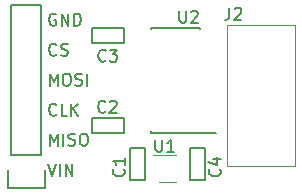
<source format=gto>
%TF.GenerationSoftware,KiCad,Pcbnew,4.0.4+e1-6308~48~ubuntu16.04.1-stable*%
%TF.CreationDate,2017-01-04T16:55:51-08:00*%
%TF.ProjectId,sd-micro-pushpull-0475710001-breakout,73642D6D6963726F2D7075736870756C,v1.0*%
%TF.FileFunction,Legend,Top*%
%FSLAX46Y46*%
G04 Gerber Fmt 4.6, Leading zero omitted, Abs format (unit mm)*
G04 Created by KiCad (PCBNEW 4.0.4+e1-6308~48~ubuntu16.04.1-stable) date Wed Jan  4 16:55:51 2017*
%MOMM*%
%LPD*%
G01*
G04 APERTURE LIST*
%ADD10C,0.350000*%
%ADD11C,0.152400*%
%ADD12C,0.150000*%
%ADD13C,0.050000*%
%ADD14C,0.120000*%
G04 APERTURE END LIST*
D10*
D11*
X125512286Y-106123619D02*
X125850953Y-107139619D01*
X126189619Y-106123619D01*
X126528286Y-107139619D02*
X126528286Y-106123619D01*
X127012096Y-107139619D02*
X127012096Y-106123619D01*
X127592667Y-107139619D01*
X127592667Y-106123619D01*
X125657429Y-104599619D02*
X125657429Y-103583619D01*
X125996095Y-104309333D01*
X126334762Y-103583619D01*
X126334762Y-104599619D01*
X126818572Y-104599619D02*
X126818572Y-103583619D01*
X127254001Y-104551238D02*
X127399144Y-104599619D01*
X127641048Y-104599619D01*
X127737810Y-104551238D01*
X127786191Y-104502857D01*
X127834572Y-104406095D01*
X127834572Y-104309333D01*
X127786191Y-104212571D01*
X127737810Y-104164190D01*
X127641048Y-104115810D01*
X127447525Y-104067429D01*
X127350763Y-104019048D01*
X127302382Y-103970667D01*
X127254001Y-103873905D01*
X127254001Y-103777143D01*
X127302382Y-103680381D01*
X127350763Y-103632000D01*
X127447525Y-103583619D01*
X127689429Y-103583619D01*
X127834572Y-103632000D01*
X128463525Y-103583619D02*
X128657048Y-103583619D01*
X128753810Y-103632000D01*
X128850572Y-103728762D01*
X128898953Y-103922286D01*
X128898953Y-104260952D01*
X128850572Y-104454476D01*
X128753810Y-104551238D01*
X128657048Y-104599619D01*
X128463525Y-104599619D01*
X128366763Y-104551238D01*
X128270001Y-104454476D01*
X128221620Y-104260952D01*
X128221620Y-103922286D01*
X128270001Y-103728762D01*
X128366763Y-103632000D01*
X128463525Y-103583619D01*
X126238000Y-101962857D02*
X126189619Y-102011238D01*
X126044476Y-102059619D01*
X125947714Y-102059619D01*
X125802572Y-102011238D01*
X125705810Y-101914476D01*
X125657429Y-101817714D01*
X125609048Y-101624190D01*
X125609048Y-101479048D01*
X125657429Y-101285524D01*
X125705810Y-101188762D01*
X125802572Y-101092000D01*
X125947714Y-101043619D01*
X126044476Y-101043619D01*
X126189619Y-101092000D01*
X126238000Y-101140381D01*
X127157238Y-102059619D02*
X126673429Y-102059619D01*
X126673429Y-101043619D01*
X127495905Y-102059619D02*
X127495905Y-101043619D01*
X128076476Y-102059619D02*
X127641048Y-101479048D01*
X128076476Y-101043619D02*
X127495905Y-101624190D01*
X125657429Y-99519619D02*
X125657429Y-98503619D01*
X125996095Y-99229333D01*
X126334762Y-98503619D01*
X126334762Y-99519619D01*
X127012096Y-98503619D02*
X127205619Y-98503619D01*
X127302381Y-98552000D01*
X127399143Y-98648762D01*
X127447524Y-98842286D01*
X127447524Y-99180952D01*
X127399143Y-99374476D01*
X127302381Y-99471238D01*
X127205619Y-99519619D01*
X127012096Y-99519619D01*
X126915334Y-99471238D01*
X126818572Y-99374476D01*
X126770191Y-99180952D01*
X126770191Y-98842286D01*
X126818572Y-98648762D01*
X126915334Y-98552000D01*
X127012096Y-98503619D01*
X127834572Y-99471238D02*
X127979715Y-99519619D01*
X128221619Y-99519619D01*
X128318381Y-99471238D01*
X128366762Y-99422857D01*
X128415143Y-99326095D01*
X128415143Y-99229333D01*
X128366762Y-99132571D01*
X128318381Y-99084190D01*
X128221619Y-99035810D01*
X128028096Y-98987429D01*
X127931334Y-98939048D01*
X127882953Y-98890667D01*
X127834572Y-98793905D01*
X127834572Y-98697143D01*
X127882953Y-98600381D01*
X127931334Y-98552000D01*
X128028096Y-98503619D01*
X128270000Y-98503619D01*
X128415143Y-98552000D01*
X128850572Y-99519619D02*
X128850572Y-98503619D01*
X126238000Y-96882857D02*
X126189619Y-96931238D01*
X126044476Y-96979619D01*
X125947714Y-96979619D01*
X125802572Y-96931238D01*
X125705810Y-96834476D01*
X125657429Y-96737714D01*
X125609048Y-96544190D01*
X125609048Y-96399048D01*
X125657429Y-96205524D01*
X125705810Y-96108762D01*
X125802572Y-96012000D01*
X125947714Y-95963619D01*
X126044476Y-95963619D01*
X126189619Y-96012000D01*
X126238000Y-96060381D01*
X126625048Y-96931238D02*
X126770191Y-96979619D01*
X127012095Y-96979619D01*
X127108857Y-96931238D01*
X127157238Y-96882857D01*
X127205619Y-96786095D01*
X127205619Y-96689333D01*
X127157238Y-96592571D01*
X127108857Y-96544190D01*
X127012095Y-96495810D01*
X126818572Y-96447429D01*
X126721810Y-96399048D01*
X126673429Y-96350667D01*
X126625048Y-96253905D01*
X126625048Y-96157143D01*
X126673429Y-96060381D01*
X126721810Y-96012000D01*
X126818572Y-95963619D01*
X127060476Y-95963619D01*
X127205619Y-96012000D01*
X126189619Y-93472000D02*
X126092857Y-93423619D01*
X125947714Y-93423619D01*
X125802572Y-93472000D01*
X125705810Y-93568762D01*
X125657429Y-93665524D01*
X125609048Y-93859048D01*
X125609048Y-94004190D01*
X125657429Y-94197714D01*
X125705810Y-94294476D01*
X125802572Y-94391238D01*
X125947714Y-94439619D01*
X126044476Y-94439619D01*
X126189619Y-94391238D01*
X126238000Y-94342857D01*
X126238000Y-94004190D01*
X126044476Y-94004190D01*
X126673429Y-94439619D02*
X126673429Y-93423619D01*
X127254000Y-94439619D01*
X127254000Y-93423619D01*
X127737810Y-94439619D02*
X127737810Y-93423619D01*
X127979715Y-93423619D01*
X128124857Y-93472000D01*
X128221619Y-93568762D01*
X128270000Y-93665524D01*
X128318381Y-93859048D01*
X128318381Y-94004190D01*
X128270000Y-94197714D01*
X128221619Y-94294476D01*
X128124857Y-94391238D01*
X127979715Y-94439619D01*
X127737810Y-94439619D01*
X133731000Y-104775000D02*
X132461000Y-104775000D01*
X133731000Y-107505500D02*
X132461000Y-107505500D01*
D12*
X133731000Y-104775000D02*
X133731000Y-107505500D01*
X132461000Y-107505500D02*
X132461000Y-104775000D01*
D11*
X131965000Y-103505000D02*
X131965000Y-102235000D01*
X129234500Y-103505000D02*
X129234500Y-102235000D01*
D12*
X131965000Y-103505000D02*
X129234500Y-103505000D01*
X129234500Y-102235000D02*
X131965000Y-102235000D01*
D11*
X131965000Y-95885000D02*
X131965000Y-94615000D01*
X129234500Y-95885000D02*
X129234500Y-94615000D01*
D12*
X131965000Y-95885000D02*
X129234500Y-95885000D01*
X129234500Y-94615000D02*
X131965000Y-94615000D01*
D11*
X138811000Y-104787000D02*
X137541000Y-104787000D01*
X138811000Y-107517500D02*
X137541000Y-107517500D01*
D12*
X138811000Y-104787000D02*
X138811000Y-107517500D01*
X137541000Y-107517500D02*
X137541000Y-104787000D01*
X122428000Y-105410000D02*
X122428000Y-92710000D01*
X122428000Y-92710000D02*
X124968000Y-92710000D01*
X124968000Y-92710000D02*
X124968000Y-105410000D01*
X122148000Y-108230000D02*
X122148000Y-106680000D01*
X122428000Y-105410000D02*
X124968000Y-105410000D01*
X125248000Y-106680000D02*
X125248000Y-108230000D01*
X125248000Y-108230000D02*
X122148000Y-108230000D01*
D13*
X140696000Y-106351400D02*
X140696000Y-94351400D01*
X146446000Y-106351400D02*
X140696000Y-106351400D01*
X146446000Y-94351400D02*
X146446000Y-106351400D01*
X140696000Y-94351400D02*
X146446000Y-94351400D01*
D14*
X136336000Y-105378000D02*
X134436000Y-105378000D01*
X134936000Y-107698000D02*
X136336000Y-107698000D01*
D12*
X134229000Y-103510000D02*
X134229000Y-103395000D01*
X134229000Y-94610000D02*
X134229000Y-94725000D01*
X138379000Y-94610000D02*
X138379000Y-94725000D01*
X138379000Y-103510000D02*
X134229000Y-103510000D01*
X138379000Y-94610000D02*
X134229000Y-94610000D01*
X138379000Y-103510000D02*
X139754000Y-103510000D01*
X131929143Y-106592666D02*
X131976762Y-106640285D01*
X132024381Y-106783142D01*
X132024381Y-106878380D01*
X131976762Y-107021238D01*
X131881524Y-107116476D01*
X131786286Y-107164095D01*
X131595810Y-107211714D01*
X131452952Y-107211714D01*
X131262476Y-107164095D01*
X131167238Y-107116476D01*
X131072000Y-107021238D01*
X131024381Y-106878380D01*
X131024381Y-106783142D01*
X131072000Y-106640285D01*
X131119619Y-106592666D01*
X132024381Y-105640285D02*
X132024381Y-106211714D01*
X132024381Y-105926000D02*
X131024381Y-105926000D01*
X131167238Y-106021238D01*
X131262476Y-106116476D01*
X131310095Y-106211714D01*
X130389334Y-101703143D02*
X130341715Y-101750762D01*
X130198858Y-101798381D01*
X130103620Y-101798381D01*
X129960762Y-101750762D01*
X129865524Y-101655524D01*
X129817905Y-101560286D01*
X129770286Y-101369810D01*
X129770286Y-101226952D01*
X129817905Y-101036476D01*
X129865524Y-100941238D01*
X129960762Y-100846000D01*
X130103620Y-100798381D01*
X130198858Y-100798381D01*
X130341715Y-100846000D01*
X130389334Y-100893619D01*
X130770286Y-100893619D02*
X130817905Y-100846000D01*
X130913143Y-100798381D01*
X131151239Y-100798381D01*
X131246477Y-100846000D01*
X131294096Y-100893619D01*
X131341715Y-100988857D01*
X131341715Y-101084095D01*
X131294096Y-101226952D01*
X130722667Y-101798381D01*
X131341715Y-101798381D01*
X130413334Y-97385143D02*
X130365715Y-97432762D01*
X130222858Y-97480381D01*
X130127620Y-97480381D01*
X129984762Y-97432762D01*
X129889524Y-97337524D01*
X129841905Y-97242286D01*
X129794286Y-97051810D01*
X129794286Y-96908952D01*
X129841905Y-96718476D01*
X129889524Y-96623238D01*
X129984762Y-96528000D01*
X130127620Y-96480381D01*
X130222858Y-96480381D01*
X130365715Y-96528000D01*
X130413334Y-96575619D01*
X130746667Y-96480381D02*
X131365715Y-96480381D01*
X131032381Y-96861333D01*
X131175239Y-96861333D01*
X131270477Y-96908952D01*
X131318096Y-96956571D01*
X131365715Y-97051810D01*
X131365715Y-97289905D01*
X131318096Y-97385143D01*
X131270477Y-97432762D01*
X131175239Y-97480381D01*
X130889524Y-97480381D01*
X130794286Y-97432762D01*
X130746667Y-97385143D01*
X140057143Y-106592666D02*
X140104762Y-106640285D01*
X140152381Y-106783142D01*
X140152381Y-106878380D01*
X140104762Y-107021238D01*
X140009524Y-107116476D01*
X139914286Y-107164095D01*
X139723810Y-107211714D01*
X139580952Y-107211714D01*
X139390476Y-107164095D01*
X139295238Y-107116476D01*
X139200000Y-107021238D01*
X139152381Y-106878380D01*
X139152381Y-106783142D01*
X139200000Y-106640285D01*
X139247619Y-106592666D01*
X139485714Y-105735523D02*
X140152381Y-105735523D01*
X139104762Y-105973619D02*
X139819048Y-106211714D01*
X139819048Y-105592666D01*
X140890667Y-92924381D02*
X140890667Y-93638667D01*
X140843047Y-93781524D01*
X140747809Y-93876762D01*
X140604952Y-93924381D01*
X140509714Y-93924381D01*
X141319238Y-93019619D02*
X141366857Y-92972000D01*
X141462095Y-92924381D01*
X141700191Y-92924381D01*
X141795429Y-92972000D01*
X141843048Y-93019619D01*
X141890667Y-93114857D01*
X141890667Y-93210095D01*
X141843048Y-93352952D01*
X141271619Y-93924381D01*
X141890667Y-93924381D01*
X134620095Y-104100381D02*
X134620095Y-104909905D01*
X134667714Y-105005143D01*
X134715333Y-105052762D01*
X134810571Y-105100381D01*
X135001048Y-105100381D01*
X135096286Y-105052762D01*
X135143905Y-105005143D01*
X135191524Y-104909905D01*
X135191524Y-104100381D01*
X136191524Y-105100381D02*
X135620095Y-105100381D01*
X135905809Y-105100381D02*
X135905809Y-104100381D01*
X135810571Y-104243238D01*
X135715333Y-104338476D01*
X135620095Y-104386095D01*
X136652095Y-93178381D02*
X136652095Y-93987905D01*
X136699714Y-94083143D01*
X136747333Y-94130762D01*
X136842571Y-94178381D01*
X137033048Y-94178381D01*
X137128286Y-94130762D01*
X137175905Y-94083143D01*
X137223524Y-93987905D01*
X137223524Y-93178381D01*
X137652095Y-93273619D02*
X137699714Y-93226000D01*
X137794952Y-93178381D01*
X138033048Y-93178381D01*
X138128286Y-93226000D01*
X138175905Y-93273619D01*
X138223524Y-93368857D01*
X138223524Y-93464095D01*
X138175905Y-93606952D01*
X137604476Y-94178381D01*
X138223524Y-94178381D01*
M02*

</source>
